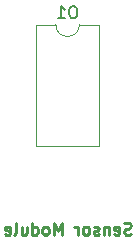
<source format=gbr>
G04 #@! TF.GenerationSoftware,KiCad,Pcbnew,(5.0.0-3-g5ebb6b6)*
G04 #@! TF.CreationDate,2018-12-04T22:30:26+01:00*
G04 #@! TF.ProjectId,tt_opt101_module,74745F6F70743130315F6D6F64756C65,rev?*
G04 #@! TF.SameCoordinates,Original*
G04 #@! TF.FileFunction,Legend,Bot*
G04 #@! TF.FilePolarity,Positive*
%FSLAX46Y46*%
G04 Gerber Fmt 4.6, Leading zero omitted, Abs format (unit mm)*
G04 Created by KiCad (PCBNEW (5.0.0-3-g5ebb6b6)) date Tuesday, 04. December 2018 um 22:30:26*
%MOMM*%
%LPD*%
G01*
G04 APERTURE LIST*
%ADD10C,0.250000*%
%ADD11C,0.120000*%
%ADD12C,0.150000*%
G04 APERTURE END LIST*
D10*
X138683333Y-69754761D02*
X138540476Y-69802380D01*
X138302380Y-69802380D01*
X138207142Y-69754761D01*
X138159523Y-69707142D01*
X138111904Y-69611904D01*
X138111904Y-69516666D01*
X138159523Y-69421428D01*
X138207142Y-69373809D01*
X138302380Y-69326190D01*
X138492857Y-69278571D01*
X138588095Y-69230952D01*
X138635714Y-69183333D01*
X138683333Y-69088095D01*
X138683333Y-68992857D01*
X138635714Y-68897619D01*
X138588095Y-68850000D01*
X138492857Y-68802380D01*
X138254761Y-68802380D01*
X138111904Y-68850000D01*
X137302380Y-69754761D02*
X137397619Y-69802380D01*
X137588095Y-69802380D01*
X137683333Y-69754761D01*
X137730952Y-69659523D01*
X137730952Y-69278571D01*
X137683333Y-69183333D01*
X137588095Y-69135714D01*
X137397619Y-69135714D01*
X137302380Y-69183333D01*
X137254761Y-69278571D01*
X137254761Y-69373809D01*
X137730952Y-69469047D01*
X136826190Y-69135714D02*
X136826190Y-69802380D01*
X136826190Y-69230952D02*
X136778571Y-69183333D01*
X136683333Y-69135714D01*
X136540476Y-69135714D01*
X136445238Y-69183333D01*
X136397619Y-69278571D01*
X136397619Y-69802380D01*
X135969047Y-69754761D02*
X135873809Y-69802380D01*
X135683333Y-69802380D01*
X135588095Y-69754761D01*
X135540476Y-69659523D01*
X135540476Y-69611904D01*
X135588095Y-69516666D01*
X135683333Y-69469047D01*
X135826190Y-69469047D01*
X135921428Y-69421428D01*
X135969047Y-69326190D01*
X135969047Y-69278571D01*
X135921428Y-69183333D01*
X135826190Y-69135714D01*
X135683333Y-69135714D01*
X135588095Y-69183333D01*
X134969047Y-69802380D02*
X135064285Y-69754761D01*
X135111904Y-69707142D01*
X135159523Y-69611904D01*
X135159523Y-69326190D01*
X135111904Y-69230952D01*
X135064285Y-69183333D01*
X134969047Y-69135714D01*
X134826190Y-69135714D01*
X134730952Y-69183333D01*
X134683333Y-69230952D01*
X134635714Y-69326190D01*
X134635714Y-69611904D01*
X134683333Y-69707142D01*
X134730952Y-69754761D01*
X134826190Y-69802380D01*
X134969047Y-69802380D01*
X134207142Y-69802380D02*
X134207142Y-69135714D01*
X134207142Y-69326190D02*
X134159523Y-69230952D01*
X134111904Y-69183333D01*
X134016666Y-69135714D01*
X133921428Y-69135714D01*
X132826190Y-69802380D02*
X132826190Y-68802380D01*
X132492857Y-69516666D01*
X132159523Y-68802380D01*
X132159523Y-69802380D01*
X131540476Y-69802380D02*
X131635714Y-69754761D01*
X131683333Y-69707142D01*
X131730952Y-69611904D01*
X131730952Y-69326190D01*
X131683333Y-69230952D01*
X131635714Y-69183333D01*
X131540476Y-69135714D01*
X131397619Y-69135714D01*
X131302380Y-69183333D01*
X131254761Y-69230952D01*
X131207142Y-69326190D01*
X131207142Y-69611904D01*
X131254761Y-69707142D01*
X131302380Y-69754761D01*
X131397619Y-69802380D01*
X131540476Y-69802380D01*
X130350000Y-69802380D02*
X130350000Y-68802380D01*
X130350000Y-69754761D02*
X130445238Y-69802380D01*
X130635714Y-69802380D01*
X130730952Y-69754761D01*
X130778571Y-69707142D01*
X130826190Y-69611904D01*
X130826190Y-69326190D01*
X130778571Y-69230952D01*
X130730952Y-69183333D01*
X130635714Y-69135714D01*
X130445238Y-69135714D01*
X130350000Y-69183333D01*
X129445238Y-69135714D02*
X129445238Y-69802380D01*
X129873809Y-69135714D02*
X129873809Y-69659523D01*
X129826190Y-69754761D01*
X129730952Y-69802380D01*
X129588095Y-69802380D01*
X129492857Y-69754761D01*
X129445238Y-69707142D01*
X128826190Y-69802380D02*
X128921428Y-69754761D01*
X128969047Y-69659523D01*
X128969047Y-68802380D01*
X128064285Y-69754761D02*
X128159523Y-69802380D01*
X128350000Y-69802380D01*
X128445238Y-69754761D01*
X128492857Y-69659523D01*
X128492857Y-69278571D01*
X128445238Y-69183333D01*
X128350000Y-69135714D01*
X128159523Y-69135714D01*
X128064285Y-69183333D01*
X128016666Y-69278571D01*
X128016666Y-69373809D01*
X128492857Y-69469047D01*
D11*
G04 #@! TO.C,O1*
X132340000Y-52010000D02*
G75*
G03X134340000Y-52010000I1000000J0D01*
G01*
X134340000Y-52010000D02*
X135990000Y-52010000D01*
X135990000Y-52010000D02*
X135990000Y-62290000D01*
X135990000Y-62290000D02*
X130690000Y-62290000D01*
X130690000Y-62290000D02*
X130690000Y-52010000D01*
X130690000Y-52010000D02*
X132340000Y-52010000D01*
D12*
X133911428Y-50462380D02*
X133720952Y-50462380D01*
X133625714Y-50510000D01*
X133530476Y-50605238D01*
X133482857Y-50795714D01*
X133482857Y-51129047D01*
X133530476Y-51319523D01*
X133625714Y-51414761D01*
X133720952Y-51462380D01*
X133911428Y-51462380D01*
X134006666Y-51414761D01*
X134101904Y-51319523D01*
X134149523Y-51129047D01*
X134149523Y-50795714D01*
X134101904Y-50605238D01*
X134006666Y-50510000D01*
X133911428Y-50462380D01*
X132530476Y-51462380D02*
X133101904Y-51462380D01*
X132816190Y-51462380D02*
X132816190Y-50462380D01*
X132911428Y-50605238D01*
X133006666Y-50700476D01*
X133101904Y-50748095D01*
G04 #@! TD*
M02*

</source>
